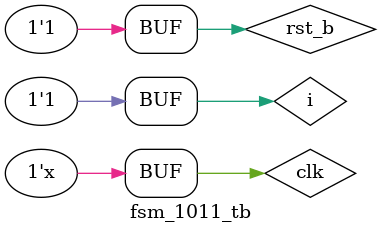
<source format=v>
module fsm_1011 (
    input clk, 
    input rst_b, 
    input i, 
    output reg o
);
    // Define states
    localparam S0 = 0, S1 = 1, S2 = 2, S3 = 3, S4 = 4;
    reg [2:0] state, next_state;

    // FSM state transition logic
    always @(*) begin
        // Default values
        next_state = state;
        o = 0;

        case (state)
            S0: begin
                if (i) next_state = S1;  // Waiting for '1'
                else next_state = S0;    // Stay in S0
            end
            S1: begin
                if (!i) next_state = S2;  // Waiting for '0'
                else next_state = S1;    // Stay in S1
            end
            S2: begin
                if (i) next_state = S3;  // Waiting for '1'
                else next_state = S0;    // Back to S0 if '0'
            end
            S3: begin
                if (i) next_state = S4;  // Waiting for final '1'
                else next_state = S2;    // Back to S2 if '0'
            end
            S4: begin
                o = 1;  // Pattern detected, set output
                next_state = S1;  // Start detecting new pattern
            end
            default: next_state = S0;
        endcase
    end

    // State register update
    always @(posedge clk or negedge rst_b) begin
        if (!rst_b)
            state <= S0;  // Reset to initial state
        else
            state <= next_state;  // Update state
    end

endmodule

module fsm_1011_tb;
    reg clk, rst_b, i;
    wire o;

    // Instantiate the FSM
    fsm_1011 uut (
        .clk(clk), 
        .rst_b(rst_b), 
        .i(i), 
        .o(o)
    );

    // Clock generation
    always #5 clk = ~clk;  // Clock period 10ns

    initial begin
        // Initialize signals
        clk = 0;
        rst_b = 0;
        i = 0;
        #10 rst_b = 1;  // Release reset after 10ns
    end

    initial begin
        // Apply input sequence for detecting '1011'
        #20; i = 1;  // First 1
        #10; i = 0;  // First 0
        #10; i = 1;  // Second 1
        #10; i = 1;  // Third 1, full pattern detected
        #10; i = 0;  // Reset after detection
        #20; i = 1;  // Start detecting another pattern
        #10; i = 0;  // First 0
        #10; i = 1;  // Second 1
        #10; i = 1;  // Third 1, another detection
    end

    // Monitor output
    initial begin
        $monitor("Time: %0d, i: %b, o: %b", $time, i, o);
    end
endmodule


</source>
